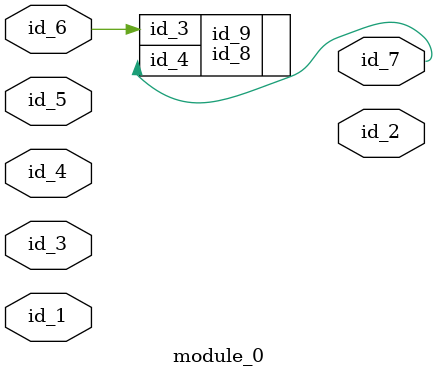
<source format=v>
`timescale 1 ps / 1ps
module module_0 (
    id_1,
    id_2,
    id_3,
    id_4,
    id_5,
    id_6,
    id_7
);
  output id_7;
  input id_6;
  input id_5;
  input id_4;
  input id_3;
  output id_2;
  input id_1;
  id_8 id_9 (
      .id_4(id_7),
      .id_3(id_6)
  );
endmodule

</source>
